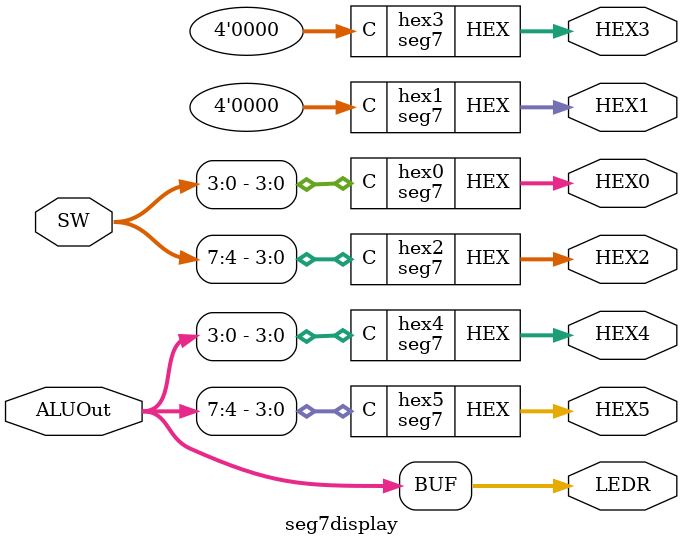
<source format=v>
module seg7(input [3:0]C, output [6:0]HEX);
	assign HEX[0] = ((~C[3] & ~C[2] & ~C[1] & C[0]) | (~C[3] & C[2] & ~C[1]  & ~C[0]) | (C[3] & ~C[2] & C[1] & C[0]) | (C[3] & C[2] & ~C[1] & C[0]));
	assign HEX[1] = ((~C[3] & C[2] & ~C[1] & C[0]) | (~C[3] & C[2] & C[1] & ~C[0]) | (C[3] & ~C[2] & C[1] & C[0]) | (C[3] & C[2] & ~C[1] & ~C[0]) | (C[3] & C[2] & C[1] & ~C[0]) | (C[3] & C[2] & C[1] & C[0]));
	assign HEX[2] = ((~C[3] & ~C[2] & C[1] & ~C[0]) | (C[3] & C[2] & ~C[1] & ~C[0]) | (C[3] & C[2] & C[1] & ~C[0]) | (C[3] & C[2] & C[1] & C[0]));
	assign HEX[3] = ((~C[3] & ~C[2] & ~C[1] & C[0]) | (~C[3] & C[2] & ~C[1] & ~C[0]) | (~C[3] & C[2] & C[1] & C[0]) | (C[3] & ~C[2] & ~C[1] & C[0]) | (C[3] & ~C[2] & C[1] & ~C[0]) | (C[3] & C[2] & C[1] & C[0]));
	assign HEX[4] = ((~C[3] & ~C[2] & ~C[1] & C[0]) | (~C[3] & ~C[2] & C[1] & C[0]) | (~C[3] & C[2] & ~C[1] & ~C[0]) | (~C[3] & C[2] & ~C[1] & C[0]) | (~C[3] & C[2] & C[1] & C[0]) | (C[3] & ~C[2] & ~C[1] & C[0]));
	assign HEX[5] = ((~C[3] & ~C[2] & ~C[1] & C[0]) | (~C[3] & ~C[2] & C[1] & ~C[0]) | (~C[3] & ~C[2] & C[1] & C[0]) | (~C[3] & C[2] & C[1] & C[0]) | (C[3] & C[2] & ~C[1] & C[0]));
	assign HEX[6] = ((~C[3] & ~C[2] & ~C[1] & ~C[0]) | (~C[3] & ~C[2] & ~C[1] & C[0]) | (~C[3] & C[2] & C[1] & C[0]) | (C[3] & C[2] & ~C[1] & ~C[0]));
endmodule

module seg7display(SW, ALUOut, HEX0, HEX1, HEX2, HEX3, HEX4, HEX5, LEDR);
	input [7:0]SW;
	input [7:0]ALUOut;
	output [6:0]HEX0, HEX1, HEX2, HEX3, HEX4, HEX5;
	output [7:0]LEDR;

	seg7 hex0(.C(SW[3:0]), .HEX(HEX0[6:0]));
	seg7 hex1(.C(4'b0000), .HEX(HEX1[6:0]));
	seg7 hex2(.C(SW[7:4]), .HEX(HEX2[6:0]));
	seg7 hex3(.C(4'b0000), .HEX(HEX3[6:0]));
	seg7 hex4(.C(ALUOut[3:0]), .HEX(HEX4[6:0]));
	seg7 hex5(.C(ALUOut[7:4]), .HEX(HEX5[6:0]));
	assign LEDR=ALUOut;
endmodule
	
</source>
